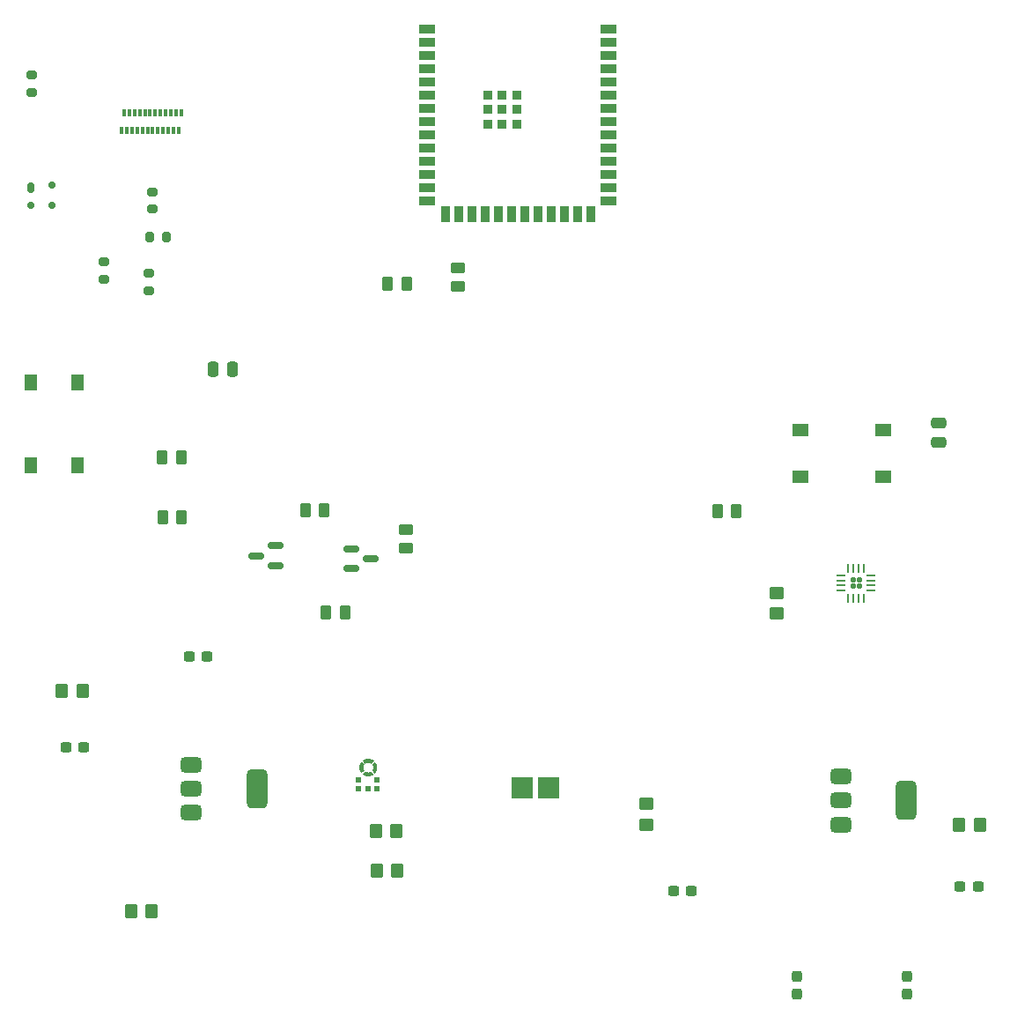
<source format=gbr>
G04 #@! TF.GenerationSoftware,KiCad,Pcbnew,9.0.0*
G04 #@! TF.CreationDate,2025-04-14T13:30:53-05:00*
G04 #@! TF.ProjectId,PlanB,506c616e-422e-46b6-9963-61645f706362,rev?*
G04 #@! TF.SameCoordinates,Original*
G04 #@! TF.FileFunction,Paste,Top*
G04 #@! TF.FilePolarity,Positive*
%FSLAX46Y46*%
G04 Gerber Fmt 4.6, Leading zero omitted, Abs format (unit mm)*
G04 Created by KiCad (PCBNEW 9.0.0) date 2025-04-14 13:30:53*
%MOMM*%
%LPD*%
G01*
G04 APERTURE LIST*
G04 Aperture macros list*
%AMRoundRect*
0 Rectangle with rounded corners*
0 $1 Rounding radius*
0 $2 $3 $4 $5 $6 $7 $8 $9 X,Y pos of 4 corners*
0 Add a 4 corners polygon primitive as box body*
4,1,4,$2,$3,$4,$5,$6,$7,$8,$9,$2,$3,0*
0 Add four circle primitives for the rounded corners*
1,1,$1+$1,$2,$3*
1,1,$1+$1,$4,$5*
1,1,$1+$1,$6,$7*
1,1,$1+$1,$8,$9*
0 Add four rect primitives between the rounded corners*
20,1,$1+$1,$2,$3,$4,$5,0*
20,1,$1+$1,$4,$5,$6,$7,0*
20,1,$1+$1,$6,$7,$8,$9,0*
20,1,$1+$1,$8,$9,$2,$3,0*%
G04 Aperture macros list end*
%ADD10C,0.001000*%
%ADD11RoundRect,0.250000X-0.450000X0.262500X-0.450000X-0.262500X0.450000X-0.262500X0.450000X0.262500X0*%
%ADD12RoundRect,0.250000X0.262500X0.450000X-0.262500X0.450000X-0.262500X-0.450000X0.262500X-0.450000X0*%
%ADD13R,2.000000X2.000000*%
%ADD14RoundRect,0.250000X-0.262500X-0.450000X0.262500X-0.450000X0.262500X0.450000X-0.262500X0.450000X0*%
%ADD15RoundRect,0.250000X-0.350000X-0.450000X0.350000X-0.450000X0.350000X0.450000X-0.350000X0.450000X0*%
%ADD16RoundRect,0.237500X-0.300000X-0.237500X0.300000X-0.237500X0.300000X0.237500X-0.300000X0.237500X0*%
%ADD17RoundRect,0.250000X0.350000X0.450000X-0.350000X0.450000X-0.350000X-0.450000X0.350000X-0.450000X0*%
%ADD18RoundRect,0.250000X-0.475000X0.250000X-0.475000X-0.250000X0.475000X-0.250000X0.475000X0.250000X0*%
%ADD19RoundRect,0.200000X0.275000X-0.200000X0.275000X0.200000X-0.275000X0.200000X-0.275000X-0.200000X0*%
%ADD20RoundRect,0.250000X0.450000X-0.350000X0.450000X0.350000X-0.450000X0.350000X-0.450000X-0.350000X0*%
%ADD21RoundRect,0.250000X0.450000X-0.262500X0.450000X0.262500X-0.450000X0.262500X-0.450000X-0.262500X0*%
%ADD22R,1.300000X1.550000*%
%ADD23RoundRect,0.150000X-0.587500X-0.150000X0.587500X-0.150000X0.587500X0.150000X-0.587500X0.150000X0*%
%ADD24RoundRect,0.375000X-0.625000X-0.375000X0.625000X-0.375000X0.625000X0.375000X-0.625000X0.375000X0*%
%ADD25RoundRect,0.500000X-0.500000X-1.400000X0.500000X-1.400000X0.500000X1.400000X-0.500000X1.400000X0*%
%ADD26RoundRect,0.150000X0.587500X0.150000X-0.587500X0.150000X-0.587500X-0.150000X0.587500X-0.150000X0*%
%ADD27R,0.600000X0.522000*%
%ADD28RoundRect,0.175000X-0.175000X-0.325000X0.175000X-0.325000X0.175000X0.325000X-0.175000X0.325000X0*%
%ADD29RoundRect,0.150000X-0.200000X-0.150000X0.200000X-0.150000X0.200000X0.150000X-0.200000X0.150000X0*%
%ADD30R,1.500000X0.900000*%
%ADD31R,0.900000X1.500000*%
%ADD32R,0.900000X0.900000*%
%ADD33RoundRect,0.250000X-0.250000X-0.475000X0.250000X-0.475000X0.250000X0.475000X-0.250000X0.475000X0*%
%ADD34RoundRect,0.200000X-0.275000X0.200000X-0.275000X-0.200000X0.275000X-0.200000X0.275000X0.200000X0*%
%ADD35RoundRect,0.237500X0.237500X-0.300000X0.237500X0.300000X-0.237500X0.300000X-0.237500X-0.300000X0*%
%ADD36RoundRect,0.125000X-0.125000X-0.125000X0.125000X-0.125000X0.125000X0.125000X-0.125000X0.125000X0*%
%ADD37RoundRect,0.062500X-0.350000X-0.062500X0.350000X-0.062500X0.350000X0.062500X-0.350000X0.062500X0*%
%ADD38RoundRect,0.062500X-0.062500X-0.350000X0.062500X-0.350000X0.062500X0.350000X-0.062500X0.350000X0*%
%ADD39RoundRect,0.237500X0.300000X0.237500X-0.300000X0.237500X-0.300000X-0.237500X0.300000X-0.237500X0*%
%ADD40RoundRect,0.200000X0.200000X0.275000X-0.200000X0.275000X-0.200000X-0.275000X0.200000X-0.275000X0*%
%ADD41R,1.550000X1.300000*%
%ADD42R,0.300000X0.700000*%
G04 APERTURE END LIST*
D10*
X111417400Y-126631800D02*
X111497400Y-126651800D01*
X111587400Y-126681800D01*
X111682400Y-126726800D01*
X111777400Y-126791800D01*
X111662400Y-126906800D01*
X111565066Y-127005628D01*
X111502009Y-126970263D01*
X111397400Y-126931800D01*
X111277400Y-126918197D01*
X111157400Y-126931800D01*
X111047400Y-126971800D01*
X110997400Y-127006800D01*
X110897400Y-126901800D01*
X110782634Y-126786491D01*
X110852400Y-126741800D01*
X110967400Y-126681800D01*
X111117209Y-126635597D01*
X111277400Y-126621800D01*
X111417400Y-126631800D01*
G36*
X111417400Y-126631800D02*
G01*
X111497400Y-126651800D01*
X111587400Y-126681800D01*
X111682400Y-126726800D01*
X111777400Y-126791800D01*
X111662400Y-126906800D01*
X111565066Y-127005628D01*
X111502009Y-126970263D01*
X111397400Y-126931800D01*
X111277400Y-126918197D01*
X111157400Y-126931800D01*
X111047400Y-126971800D01*
X110997400Y-127006800D01*
X110897400Y-126901800D01*
X110782634Y-126786491D01*
X110852400Y-126741800D01*
X110967400Y-126681800D01*
X111117209Y-126635597D01*
X111277400Y-126621800D01*
X111417400Y-126631800D01*
G37*
X110757400Y-127051800D02*
X110856228Y-127149134D01*
X110815863Y-127207191D01*
X110777400Y-127311800D01*
X110763797Y-127431800D01*
X110777400Y-127551800D01*
X110817400Y-127661800D01*
X110852400Y-127711800D01*
X110747400Y-127816800D01*
X110637091Y-127931566D01*
X110572400Y-127836800D01*
X110527400Y-127741800D01*
X110497400Y-127666800D01*
X110481197Y-127591991D01*
X110467400Y-127496800D01*
X110467400Y-127371800D01*
X110477400Y-127291800D01*
X110497400Y-127201800D01*
X110527400Y-127121800D01*
X110572400Y-127026800D01*
X110637400Y-126931800D01*
X110757400Y-127051800D01*
G36*
X110757400Y-127051800D02*
G01*
X110856228Y-127149134D01*
X110815863Y-127207191D01*
X110777400Y-127311800D01*
X110763797Y-127431800D01*
X110777400Y-127551800D01*
X110817400Y-127661800D01*
X110852400Y-127711800D01*
X110747400Y-127816800D01*
X110637091Y-127931566D01*
X110572400Y-127836800D01*
X110527400Y-127741800D01*
X110497400Y-127666800D01*
X110481197Y-127591991D01*
X110467400Y-127496800D01*
X110467400Y-127371800D01*
X110477400Y-127291800D01*
X110497400Y-127201800D01*
X110527400Y-127121800D01*
X110572400Y-127026800D01*
X110637400Y-126931800D01*
X110757400Y-127051800D01*
G37*
X111052791Y-127893337D02*
X111157400Y-127931800D01*
X111277400Y-127945403D01*
X111337400Y-127941800D01*
X111397400Y-127931800D01*
X111452400Y-127916800D01*
X111507400Y-127891800D01*
X111557400Y-127866800D01*
X111652400Y-127961800D01*
X111767166Y-128077109D01*
X111692400Y-128131800D01*
X111587400Y-128181800D01*
X111437591Y-128228003D01*
X111277400Y-128241800D01*
X111137400Y-128231800D01*
X111047400Y-128211800D01*
X110967400Y-128181800D01*
X110867400Y-128131800D01*
X110777400Y-128071800D01*
X110892400Y-127956800D01*
X110994734Y-127857972D01*
X111052791Y-127893337D01*
G36*
X111052791Y-127893337D02*
G01*
X111157400Y-127931800D01*
X111277400Y-127945403D01*
X111337400Y-127941800D01*
X111397400Y-127931800D01*
X111452400Y-127916800D01*
X111507400Y-127891800D01*
X111557400Y-127866800D01*
X111652400Y-127961800D01*
X111767166Y-128077109D01*
X111692400Y-128131800D01*
X111587400Y-128181800D01*
X111437591Y-128228003D01*
X111277400Y-128241800D01*
X111137400Y-128231800D01*
X111047400Y-128211800D01*
X110967400Y-128181800D01*
X110867400Y-128131800D01*
X110777400Y-128071800D01*
X110892400Y-127956800D01*
X110994734Y-127857972D01*
X111052791Y-127893337D01*
G37*
X111982400Y-127031800D02*
X112027400Y-127121800D01*
X112073603Y-127271609D01*
X112087400Y-127431800D01*
X112077400Y-127571800D01*
X112057400Y-127651800D01*
X112027400Y-127741800D01*
X111977400Y-127841800D01*
X111912400Y-127936800D01*
X111802400Y-127821800D01*
X111703572Y-127724466D01*
X111738937Y-127656409D01*
X111782400Y-127556800D01*
X111797400Y-127436800D01*
X111801003Y-127436800D01*
X111797400Y-127426800D01*
X111782400Y-127321800D01*
X111787400Y-127311800D01*
X111782400Y-127311800D01*
X111742400Y-127201800D01*
X111707400Y-127146800D01*
X111807400Y-127046800D01*
X111917709Y-126932034D01*
X111982400Y-127031800D01*
G36*
X111982400Y-127031800D02*
G01*
X112027400Y-127121800D01*
X112073603Y-127271609D01*
X112087400Y-127431800D01*
X112077400Y-127571800D01*
X112057400Y-127651800D01*
X112027400Y-127741800D01*
X111977400Y-127841800D01*
X111912400Y-127936800D01*
X111802400Y-127821800D01*
X111703572Y-127724466D01*
X111738937Y-127656409D01*
X111782400Y-127556800D01*
X111797400Y-127436800D01*
X111801003Y-127436800D01*
X111797400Y-127426800D01*
X111782400Y-127321800D01*
X111787400Y-127311800D01*
X111782400Y-127311800D01*
X111742400Y-127201800D01*
X111707400Y-127146800D01*
X111807400Y-127046800D01*
X111917709Y-126932034D01*
X111982400Y-127031800D01*
G37*
D11*
X119938800Y-79453100D03*
X119938800Y-81278100D03*
D12*
X115009300Y-80975200D03*
X113184300Y-80975200D03*
D13*
X126131000Y-129426000D03*
X128631000Y-129426000D03*
D14*
X144908900Y-102844600D03*
X146733900Y-102844600D03*
D15*
X81880200Y-120103300D03*
X83880200Y-120103300D03*
D16*
X168224200Y-138856550D03*
X169949200Y-138856550D03*
D17*
X114131600Y-137388600D03*
X112131600Y-137388600D03*
D18*
X166166800Y-94325400D03*
X166166800Y-96225400D03*
D16*
X140665200Y-139344400D03*
X142390200Y-139344400D03*
D19*
X90220800Y-81660000D03*
X90220800Y-80010000D03*
D16*
X82271700Y-125538900D03*
X83996700Y-125538900D03*
D20*
X138023600Y-132978400D03*
X138023600Y-130978400D03*
D21*
X114985800Y-106426000D03*
X114985800Y-104601000D03*
D12*
X93393900Y-103454200D03*
X91568900Y-103454200D03*
D22*
X78877600Y-98437600D03*
X78877600Y-90487600D03*
X83377600Y-98437600D03*
X83377600Y-90487600D03*
D23*
X109704900Y-106452500D03*
X109704900Y-108352500D03*
X111579900Y-107402500D03*
D20*
X150571200Y-112667800D03*
X150571200Y-110667800D03*
D24*
X156768400Y-128332200D03*
X156768400Y-130632200D03*
D25*
X163068400Y-130632200D03*
D24*
X156768400Y-132932200D03*
D17*
X114030000Y-133604000D03*
X112030000Y-133604000D03*
D26*
X102405900Y-108073100D03*
X102405900Y-106173100D03*
X100530900Y-107123100D03*
D27*
X112177400Y-129505800D03*
X112177400Y-128683800D03*
X110377400Y-128683800D03*
X110377400Y-129505800D03*
X111277400Y-129505800D03*
D28*
X78883000Y-71727500D03*
D29*
X78883000Y-73427500D03*
X80883000Y-73427500D03*
X80883000Y-71527500D03*
D12*
X109063400Y-112584100D03*
X107238400Y-112584100D03*
D30*
X116953000Y-56539000D03*
X116953000Y-57809000D03*
X116953000Y-59079000D03*
X116953000Y-60349000D03*
X116953000Y-61619000D03*
X116953000Y-62889000D03*
X116953000Y-64159000D03*
X116953000Y-65429000D03*
X116953000Y-66699000D03*
X116953000Y-67969000D03*
X116953000Y-69239000D03*
X116953000Y-70509000D03*
X116953000Y-71779000D03*
X116953000Y-73049000D03*
D31*
X118718000Y-74299000D03*
X119988000Y-74299000D03*
X121258000Y-74299000D03*
X122528000Y-74299000D03*
X123798000Y-74299000D03*
X125068000Y-74299000D03*
X126338000Y-74299000D03*
X127608000Y-74299000D03*
X128878000Y-74299000D03*
X130148000Y-74299000D03*
X131418000Y-74299000D03*
X132688000Y-74299000D03*
D30*
X134453000Y-73049000D03*
X134453000Y-71779000D03*
X134453000Y-70509000D03*
X134453000Y-69239000D03*
X134453000Y-67969000D03*
X134453000Y-66699000D03*
X134453000Y-65429000D03*
X134453000Y-64159000D03*
X134453000Y-62889000D03*
X134453000Y-61619000D03*
X134453000Y-60349000D03*
X134453000Y-59079000D03*
X134453000Y-57809000D03*
X134453000Y-56539000D03*
D32*
X124203000Y-64259000D03*
X122803000Y-64259000D03*
X125603000Y-64259000D03*
X122803000Y-65659000D03*
X124203000Y-65659000D03*
X125603000Y-65659000D03*
X122803000Y-62859000D03*
X124203000Y-62859000D03*
X125603000Y-62859000D03*
D33*
X96371200Y-89159400D03*
X98271200Y-89159400D03*
D24*
X94309800Y-127175900D03*
X94309800Y-129475900D03*
D25*
X100609800Y-129475900D03*
D24*
X94309800Y-131775900D03*
D34*
X90525600Y-72174600D03*
X90525600Y-73824600D03*
D35*
X163093400Y-149225000D03*
X163093400Y-147500000D03*
D36*
X157921700Y-109422000D03*
X157921700Y-110042000D03*
X158541700Y-109422000D03*
X158541700Y-110042000D03*
D37*
X156794200Y-108982000D03*
X156794200Y-109482000D03*
X156794200Y-109982000D03*
X156794200Y-110482000D03*
D38*
X157481700Y-111169500D03*
X157981700Y-111169500D03*
X158481700Y-111169500D03*
X158981700Y-111169500D03*
D37*
X159669200Y-110482000D03*
X159669200Y-109982000D03*
X159669200Y-109482000D03*
X159669200Y-108982000D03*
D38*
X158981700Y-108294500D03*
X158481700Y-108294500D03*
X157981700Y-108294500D03*
X157481700Y-108294500D03*
D39*
X95833100Y-116801300D03*
X94108100Y-116801300D03*
D34*
X85902800Y-78892400D03*
X85902800Y-80542400D03*
D15*
X88509600Y-141236100D03*
X90509600Y-141236100D03*
D12*
X93317700Y-97688400D03*
X91492700Y-97688400D03*
D40*
X91934800Y-76504800D03*
X90284800Y-76504800D03*
D41*
X160845400Y-99557400D03*
X152895400Y-99557400D03*
X160845400Y-95057400D03*
X152895400Y-95057400D03*
D19*
X78943200Y-62597800D03*
X78943200Y-60947800D03*
D42*
X93097800Y-66234000D03*
X92597800Y-66234000D03*
X92097800Y-66234000D03*
X91597800Y-66234000D03*
X91097800Y-66234000D03*
X90597800Y-66234000D03*
X90097800Y-66234000D03*
X89597800Y-66234000D03*
X89097800Y-66234000D03*
X88597800Y-66234000D03*
X88097800Y-66234000D03*
X87597800Y-66234000D03*
X87847800Y-64534000D03*
X88347800Y-64534000D03*
X88847800Y-64534000D03*
X89347800Y-64534000D03*
X89847800Y-64534000D03*
X90347800Y-64534000D03*
X90847800Y-64534000D03*
X91347800Y-64534000D03*
X91847800Y-64534000D03*
X92347800Y-64534000D03*
X92847800Y-64534000D03*
X93347800Y-64534000D03*
D15*
X168137500Y-132989150D03*
X170137500Y-132989150D03*
D14*
X105284500Y-102754300D03*
X107109500Y-102754300D03*
D35*
X152527000Y-149225000D03*
X152527000Y-147500000D03*
M02*

</source>
